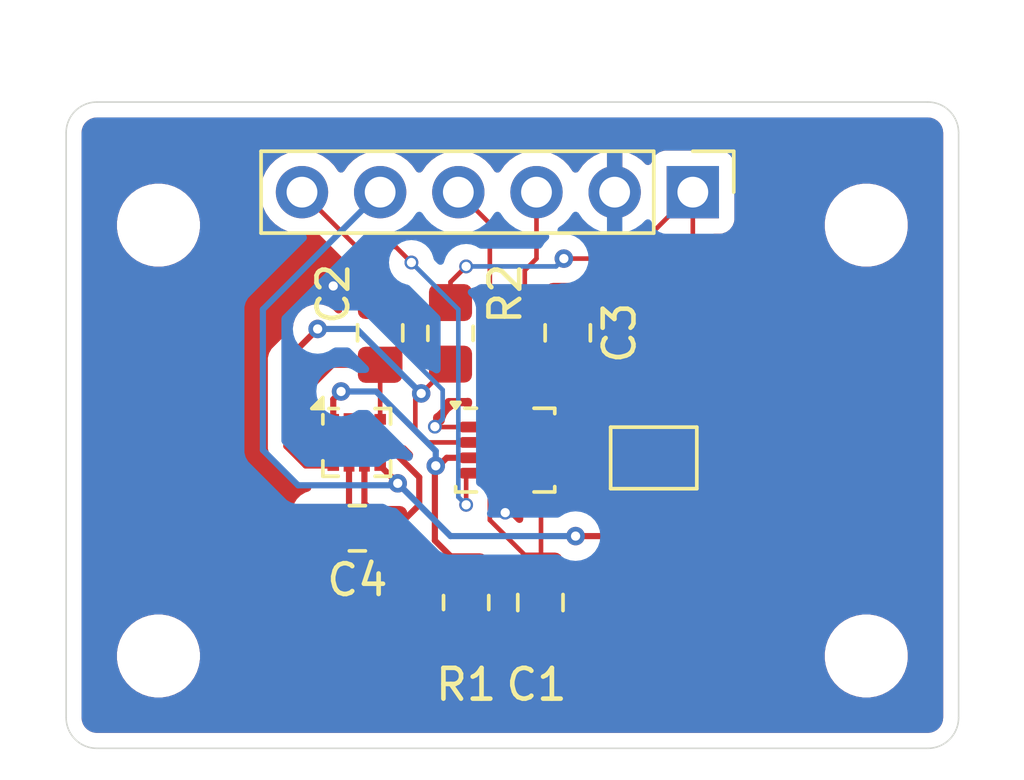
<source format=kicad_pcb>
(kicad_pcb (version 20240108) (generator "pcbnew") (generator_version "8.0")
  (layers (0 "F.Cu" signal) (31 "B.Cu" signal) (34 "B.Paste" user) (35 "F.Paste" user) (36 "B.SilkS" user "B.Silkscreen") (37 "F.SilkS" user "F.Silkscreen") (38 "B.Mask" user) (39 "F.Mask" user) (44 "Edge.Cuts" user))
  (net 0 "")
  (net 1 "GND")
  (net 2 "+3.3V")
  (net 3 "Net-(U2-C1)")
  (net 4 "/INT_MAG")
  (net 5 "/IMU_SDA")
  (net 6 "/INT_IMU")
  (net 7 "/IMU_SCL")
  (net 8 "Net-(JP1-A)")
  (net 9 "/MAG_SDA")
  (net 10 "/MAG_SCL")
  (footprint "Capacitor_SMD:C_0805_2012Metric_Pad1.18x1.45mm_HandSolder" (layer "F.Cu") (at 107.4635 69.85 180)
    (property "Reference" "C4" (at 0 -1.68 0) (layer "F.SilkS"))
    (property "Value" "220nF")
    (fp_line (start -0.261252 0.735) (end 0.261252 0.735) (stroke (width 0.12)) (layer "F.SilkS"))
    (fp_line (start -0.261252 -0.735) (end 0.261252 -0.735) (stroke (width 0.12)) (layer "F.SilkS"))
    (pad "1" smd roundrect (at -1.0375 0 180) (size 1.175 1.45) (layers "F.Cu" "F.Paste" "F.Mask") (roundrect_rratio 0.212766) (net 1 "GND"))
    (pad "2" smd roundrect (at 1.0375 0 180) (size 1.175 1.45) (layers "F.Cu" "F.Paste" "F.Mask") (roundrect_rratio 0.212766) (net 3 "Net-(U2-C1)"))
  )
  (footprint "Resistor_SMD:R_0805_2012Metric_Pad1.20x1.40mm_HandSolder" (layer "F.Cu") (at 110.998 72.263 90)
    (property "Reference" "R1" (at -2.667 0 180) (layer "F.SilkS"))
    (property "Value" "2.2k")
    (fp_line (start -0.227064 -0.735) (end 0.227064 -0.735) (stroke (width 0.12)) (layer "F.SilkS"))
    (fp_line (start -0.227064 0.735) (end 0.227064 0.735) (stroke (width 0.12)) (layer "F.SilkS"))
    (pad "1" smd roundrect (at -1 0 90) (size 1.2 1.4) (layers "F.Cu" "F.Paste" "F.Mask") (roundrect_rratio 0.208333) (net 2 "+3.3V"))
    (pad "2" smd roundrect (at 1 0 90) (size 1.2 1.4) (layers "F.Cu" "F.Paste" "F.Mask") (roundrect_rratio 0.208333) (net 10 "/MAG_SCL"))
  )
  (footprint "MountingHole:MountingHole_2.2mm_M2" (layer "F.Cu") (at 101 60)
    (property "Reference" "H1" (hide yes))
    (property "Value" "MountingHole")
    (pad "" np_thru_hole circle (at 0 0) (size 2.2 2.2) (drill 2.2) (layers "*.Cu" "*.Mask"))
  )
  (footprint "Resistor_SMD:R_0805_2012Metric_Pad1.20x1.40mm_HandSolder" (layer "F.Cu") (at 110.49 63.516 90)
    (property "Reference" "R2" (at 1.286 1.778 90) (layer "F.SilkS"))
    (property "Value" "2.2k")
    (fp_line (start -0.227064 -0.735) (end 0.227064 -0.735) (stroke (width 0.12)) (layer "F.SilkS"))
    (fp_line (start -0.227064 0.735) (end 0.227064 0.735) (stroke (width 0.12)) (layer "F.SilkS"))
    (pad "1" smd roundrect (at -1 0 90) (size 1.2 1.4) (layers "F.Cu" "F.Paste" "F.Mask") (roundrect_rratio 0.208333) (net 9 "/MAG_SDA"))
    (pad "2" smd roundrect (at 1 0 90) (size 1.2 1.4) (layers "F.Cu" "F.Paste" "F.Mask") (roundrect_rratio 0.208333) (net 2 "+3.3V"))
  )
  (footprint "Capacitor_SMD:C_0805_2012Metric_Pad1.18x1.45mm_HandSolder" (layer "F.Cu") (at 113.411 72.263 90)
    (property "Reference" "C1" (at -2.667 -0.127 180) (layer "F.SilkS"))
    (property "Value" "100nF")
    (fp_line (start -0.261252 -0.735) (end 0.261252 -0.735) (stroke (width 0.12)) (layer "F.SilkS"))
    (fp_line (start -0.261252 0.735) (end 0.261252 0.735) (stroke (width 0.12)) (layer "F.SilkS"))
    (pad "1" smd roundrect (at -1.0375 0 90) (size 1.175 1.45) (layers "F.Cu" "F.Paste" "F.Mask") (roundrect_rratio 0.212766) (net 1 "GND"))
    (pad "2" smd roundrect (at 1.0375 0 90) (size 1.175 1.45) (layers "F.Cu" "F.Paste" "F.Mask") (roundrect_rratio 0.212766) (net 2 "+3.3V"))
  )
  (footprint "MountingHole:MountingHole_2.2mm_M2" (layer "F.Cu") (at 101 74)
    (property "Reference" "H3" (hide yes))
    (property "Value" "MountingHole")
    (pad "" np_thru_hole circle (at 0 0) (size 2.2 2.2) (drill 2.2) (layers "*.Cu" "*.Mask"))
  )
  (footprint "MountingHole:MountingHole_2.2mm_M2" (layer "F.Cu") (at 124 60)
    (property "Reference" "H2" (hide yes))
    (property "Value" "MountingHole")
    (pad "" np_thru_hole circle (at 0 0) (size 2.2 2.2) (drill 2.2) (layers "*.Cu" "*.Mask"))
  )
  (footprint "Connector_PinHeader_2.54mm:PinHeader_1x06_P2.54mm_Vertical" (layer "F.Cu") (at 118.364 58.928 -90)
    (property "Reference" "J1" (hide yes))
    (property "Value" "Conn_01x06_Pin")
    (fp_line (start -1.33 14.03) (end 1.33 14.03) (stroke (width 0.12)) (layer "F.SilkS"))
    (fp_line (start -1.33 1.27) (end -1.33 14.03) (stroke (width 0.12)) (layer "F.SilkS"))
    (fp_line (start -1.33 1.27) (end 1.33 1.27) (stroke (width 0.12)) (layer "F.SilkS"))
    (fp_line (start 1.33 1.27) (end 1.33 14.03) (stroke (width 0.12)) (layer "F.SilkS"))
    (fp_line (start -1.33 0) (end -1.33 -1.33) (stroke (width 0.12)) (layer "F.SilkS"))
    (fp_line (start -1.33 -1.33) (end 0 -1.33) (stroke (width 0.12)) (layer "F.SilkS"))
    (pad "1" thru_hole rect (at 0 0 270) (size 1.7 1.7) (drill 1) (layers "*.Cu" "*.Mask") (net 2 "+3.3V"))
    (pad "2" thru_hole oval (at 0 2.54 270) (size 1.7 1.7) (drill 1) (layers "*.Cu" "*.Mask") (net 1 "GND"))
    (pad "3" thru_hole oval (at 0 5.08 270) (size 1.7 1.7) (drill 1) (layers "*.Cu" "*.Mask") (net 7 "/IMU_SCL"))
    (pad "4" thru_hole oval (at 0 7.62 270) (size 1.7 1.7) (drill 1) (layers "*.Cu" "*.Mask") (net 5 "/IMU_SDA"))
    (pad "5" thru_hole oval (at 0 10.16 270) (size 1.7 1.7) (drill 1) (layers "*.Cu" "*.Mask") (net 4 "/INT_MAG"))
    (pad "6" thru_hole oval (at 0 12.7 270) (size 1.7 1.7) (drill 1) (layers "*.Cu" "*.Mask") (net 6 "/INT_IMU"))
  )
  (footprint "Package_LGA:LGA-12_2x2mm_P0.5mm" (layer "F.Cu") (at 107.4425 67.06)
    (property "Reference" "U2" (hide yes))
    (property "Value" "LIS2MDL")
    (fp_line (start -1.1 -1.1) (end -1.1 -1.1) (stroke (width 0.12)) (layer "F.SilkS"))
    (fp_line (start -1.1 -0.6) (end -1.1 -0.9) (stroke (width 0.12)) (layer "F.SilkS"))
    (fp_line (start -1.1 0.6) (end -1.1 0.6) (stroke (width 0.12)) (layer "F.SilkS"))
    (fp_line (start -1.1 1.1) (end -1.1 0.6) (stroke (width 0.12)) (layer "F.SilkS"))
    (fp_line (start -0.6 -1.1) (end -0.9 -1.1) (stroke (width 0.12)) (layer "F.SilkS"))
    (fp_line (start -0.6 1.1) (end -1.1 1.1) (stroke (width 0.12)) (layer "F.SilkS"))
    (fp_line (start 0.6 -1.1) (end 1.1 -1.1) (stroke (width 0.12)) (layer "F.SilkS"))
    (fp_line (start 0.6 1.1) (end 0.6 1.1) (stroke (width 0.12)) (layer "F.SilkS"))
    (fp_line (start 1.1 -1.1) (end 1.1 -0.6) (stroke (width 0.12)) (layer "F.SilkS"))
    (fp_line (start 1.1 -0.6) (end 1.1 -0.6) (stroke (width 0.12)) (layer "F.SilkS"))
    (fp_line (start 1.1 0.6) (end 1.1 1.1) (stroke (width 0.12)) (layer "F.SilkS"))
    (fp_line (start 1.1 1.1) (end 0.6 1.1) (stroke (width 0.12)) (layer "F.SilkS"))
    (fp_poly (pts (xy -1.1 -1.1) (xy -1.46 -1.1) (xy -1.1 -1.46) (xy -1.1 -1.1)) (stroke (width 0.12)) (fill solid) (layer "F.SilkS"))
    (pad "1" smd rect (at -0.7625 -0.75) (size 0.375 0.35) (layers "F.Cu" "F.Paste" "F.Mask") (net 10 "/MAG_SCL"))
    (pad "2" smd rect (at -0.7625 -0.25) (size 0.375 0.35) (layers "F.Cu" "F.Paste" "F.Mask"))
    (pad "3" smd rect (at -0.7625 0.25) (size 0.375 0.35) (layers "F.Cu" "F.Paste" "F.Mask") (net 2 "+3.3V"))
    (pad "4" smd rect (at -0.7625 0.75) (size 0.375 0.35) (layers "F.Cu" "F.Paste" "F.Mask") (net 9 "/MAG_SDA"))
    (pad "5" smd rect (at -0.25 0.7625 90) (size 0.375 0.35) (layers "F.Cu" "F.Paste" "F.Mask") (net 3 "Net-(U2-C1)"))
    (pad "6" smd rect (at 0.25 0.7625 90) (size 0.375 0.35) (layers "F.Cu" "F.Paste" "F.Mask") (net 1 "GND"))
    (pad "7" smd rect (at 0.7625 0.75) (size 0.375 0.35) (layers "F.Cu" "F.Paste" "F.Mask") (net 4 "/INT_MAG"))
    (pad "8" smd rect (at 0.7625 0.25) (size 0.375 0.35) (layers "F.Cu" "F.Paste" "F.Mask") (net 1 "GND"))
    (pad "9" smd rect (at 0.7625 -0.25) (size 0.375 0.35) (layers "F.Cu" "F.Paste" "F.Mask") (net 2 "+3.3V"))
    (pad "10" smd rect (at 0.7625 -0.75) (size 0.375 0.35) (layers "F.Cu" "F.Paste" "F.Mask") (net 2 "+3.3V"))
    (pad "11" smd rect (at 0.25 -0.7625 90) (size 0.375 0.35) (layers "F.Cu" "F.Paste" "F.Mask"))
    (pad "12" smd rect (at -0.25 -0.7625 90) (size 0.375 0.35) (layers "F.Cu" "F.Paste" "F.Mask"))
  )
  (footprint "Jumper:SolderJumper-2_P1.3mm_Open_TrianglePad1.0x1.5mm" (layer "F.Cu") (at 117.094 67.564)
    (property "Reference" "JP1" (hide yes))
    (property "Value" "SolderJumper_2_Open")
    (fp_line (start -1.4 -1) (end 1.4 -1) (stroke (width 0.12)) (layer "F.SilkS"))
    (fp_line (start -1.4 1) (end -1.4 -1) (stroke (width 0.12)) (layer "F.SilkS"))
    (fp_line (start 1.4 -1) (end 1.4 1) (stroke (width 0.12)) (layer "F.SilkS"))
    (fp_line (start 1.4 1) (end -1.4 1) (stroke (width 0.12)) (layer "F.SilkS"))
    (pad "1" smd custom (at -0.725 0) (size 0.3 0.3) (layers "F.Cu" "F.Mask") (net 8 "Net-(JP1-A)") (options (clearance outline) (anchor rect)) (primitives (gr_poly (pts (xy 1 0) (xy 0.5 0.75) (xy -0.5 0.75) (xy -0.5 -0.75) (xy 0.5 -0.75)) (width 0) (fill yes))))
    (pad "2" smd custom (at 0.725 0) (size 0.3 0.3) (layers "F.Cu" "F.Mask") (net 4 "/INT_MAG") (options (clearance outline) (anchor rect)) (primitives (gr_poly (pts (xy 0.5 0.75) (xy -0.65 0.75) (xy -0.15 0) (xy -0.65 -0.75) (xy 0.5 -0.75)) (width 0) (fill yes))))
  )
  (footprint "MountingHole:MountingHole_2.2mm_M2" (layer "F.Cu") (at 124 74)
    (property "Reference" "H4" (hide yes))
    (property "Value" "MountingHole")
    (pad "" np_thru_hole circle (at 0 0) (size 2.2 2.2) (drill 2.2) (layers "*.Cu" "*.Mask"))
  )
  (footprint "Package_LGA:LGA-14_3x2.5mm_P0.5mm_LayoutBorder3x4y" (layer "F.Cu") (at 112.268 67.31)
    (property "Reference" "U1" (hide yes))
    (property "Value" "LSM6DSL")
    (fp_line (start -1.61 1.36) (end -1.61 1.185) (stroke (width 0.12)) (layer "F.SilkS"))
    (fp_line (start -0.935 -1.36) (end -1.31 -1.36) (stroke (width 0.12)) (layer "F.SilkS"))
    (fp_line (start -0.935 1.36) (end -1.61 1.36) (stroke (width 0.12)) (layer "F.SilkS"))
    (fp_line (start 0.935 -1.36) (end 1.61 -1.36) (stroke (width 0.12)) (layer "F.SilkS"))
    (fp_line (start 0.935 1.36) (end 1.61 1.36) (stroke (width 0.12)) (layer "F.SilkS"))
    (fp_line (start 1.61 -1.36) (end 1.61 -1.185) (stroke (width 0.12)) (layer "F.SilkS"))
    (fp_line (start 1.61 1.36) (end 1.61 1.185) (stroke (width 0.12)) (layer "F.SilkS"))
    (fp_poly (pts (xy -1.61 -1.36) (xy -1.75 -1.55) (xy -1.47 -1.55) (xy -1.61 -1.36)) (stroke (width 0.12)) (fill solid) (layer "F.SilkS"))
    (pad "1" smd roundrect (at -1.1625 -0.75) (size 0.625 0.35) (layers "F.Cu" "F.Paste" "F.Mask") (net 1 "GND"))
    (pad "2" smd roundrect (at -1.1625 -0.25) (size 0.625 0.35) (layers "F.Cu" "F.Paste" "F.Mask") (net 9 "/MAG_SDA"))
    (pad "3" smd roundrect (at -1.1625 0.25) (size 0.625 0.35) (layers "F.Cu" "F.Paste" "F.Mask") (net 10 "/MAG_SCL"))
    (pad "4" smd roundrect (at -1.1625 0.75) (size 0.625 0.35) (layers "F.Cu" "F.Paste" "F.Mask") (net 6 "/INT_IMU"))
    (pad "5" smd roundrect (at -0.5 0.9125) (size 0.35 0.625) (layers "F.Cu" "F.Paste" "F.Mask") (net 2 "+3.3V"))
    (pad "6" smd roundrect (at 0 0.9125) (size 0.35 0.625) (layers "F.Cu" "F.Paste" "F.Mask") (net 1 "GND"))
    (pad "7" smd roundrect (at 0.5 0.9125) (size 0.35 0.625) (layers "F.Cu" "F.Paste" "F.Mask") (net 1 "GND"))
    (pad "8" smd roundrect (at 1.1625 0.75) (size 0.625 0.35) (layers "F.Cu" "F.Paste" "F.Mask") (net 2 "+3.3V"))
    (pad "9" smd roundrect (at 1.1625 0.25) (size 0.625 0.35) (layers "F.Cu" "F.Paste" "F.Mask") (net 8 "Net-(JP1-A)"))
    (pad "10" smd roundrect (at 1.1625 -0.25) (size 0.625 0.35) (layers "F.Cu" "F.Paste" "F.Mask"))
    (pad "11" smd roundrect (at 1.1625 -0.75) (size 0.625 0.35) (layers "F.Cu" "F.Paste" "F.Mask"))
    (pad "12" smd roundrect (at 0.5 -0.9125) (size 0.35 0.625) (layers "F.Cu" "F.Paste" "F.Mask") (net 2 "+3.3V"))
    (pad "13" smd roundrect (at 0 -0.9125) (size 0.35 0.625) (layers "F.Cu" "F.Paste" "F.Mask") (net 7 "/IMU_SCL"))
    (pad "14" smd roundrect (at -0.5 -0.9125) (size 0.35 0.625) (layers "F.Cu" "F.Paste" "F.Mask") (net 5 "/IMU_SDA"))
  )
  (footprint "Capacitor_SMD:C_0805_2012Metric_Pad1.18x1.45mm_HandSolder" (layer "F.Cu") (at 108.204 63.5 -90)
    (property "Reference" "C2" (at -1.27 1.524 90) (layer "F.SilkS"))
    (property "Value" "100nF")
    (fp_line (start -0.261252 0.735) (end 0.261252 0.735) (stroke (width 0.12)) (layer "F.SilkS"))
    (fp_line (start -0.261252 -0.735) (end 0.261252 -0.735) (stroke (width 0.12)) (layer "F.SilkS"))
    (pad "1" smd roundrect (at -1.0375 0 270) (size 1.175 1.45) (layers "F.Cu" "F.Paste" "F.Mask") (roundrect_rratio 0.212766) (net 1 "GND"))
    (pad "2" smd roundrect (at 1.0375 0 270) (size 1.175 1.45) (layers "F.Cu" "F.Paste" "F.Mask") (roundrect_rratio 0.212766) (net 2 "+3.3V"))
  )
  (footprint "Capacitor_SMD:C_0805_2012Metric_Pad1.18x1.45mm_HandSolder" (layer "F.Cu") (at 114.3 63.5 -90)
    (property "Reference" "C3" (at 0 -1.68 90) (layer "F.SilkS"))
    (property "Value" "10uF")
    (fp_line (start -0.261252 0.735) (end 0.261252 0.735) (stroke (width 0.12)) (layer "F.SilkS"))
    (fp_line (start -0.261252 -0.735) (end 0.261252 -0.735) (stroke (width 0.12)) (layer "F.SilkS"))
    (pad "1" smd roundrect (at -1.0375 0 270) (size 1.175 1.45) (layers "F.Cu" "F.Paste" "F.Mask") (roundrect_rratio 0.212766) (net 1 "GND"))
    (pad "2" smd roundrect (at 1.0375 0 270) (size 1.175 1.45) (layers "F.Cu" "F.Paste" "F.Mask") (roundrect_rratio 0.212766) (net 2 "+3.3V"))
  )
  (gr_line (start 99 56) (end 126 56) (stroke (width 0.05)) (layer "Edge.Cuts"))
  (gr_arc (start 127 76) (mid 126.707107 76.707107) (end 126 77) (stroke (width 0.05)) (layer "Edge.Cuts"))
  (gr_arc (start 98 57) (mid 98.292893 56.292893) (end 99 56) (stroke (width 0.05)) (layer "Edge.Cuts"))
  (gr_line (start 127 57) (end 127 76) (stroke (width 0.05)) (layer "Edge.Cuts"))
  (gr_arc (start 126 56) (mid 126.707107 56.292893) (end 127 57) (stroke (width 0.05)) (layer "Edge.Cuts"))
  (gr_line (start 98 76) (end 98 57) (stroke (width 0.05)) (layer "Edge.Cuts"))
  (gr_line (start 126 77) (end 99 77) (stroke (width 0.05)) (layer "Edge.Cuts"))
  (gr_arc (start 99 77) (mid 98.292893 76.707107) (end 98 76) (stroke (width 0.05)) (layer "Edge.Cuts"))
  (segment (start 112.268 68.2225) (end 112.268 69.342) (width 0.15) (layer "F.Cu") (net 1))
  (segment (start 107.6925 67.8225) (end 107.6925 69.0415) (width 0.2) (layer "F.Cu") (net 1))
  (segment (start 108.5925 67.31) (end 109.474 68.1915) (width 0.2) (layer "F.Cu") (net 1))
  (segment (start 108.205 67.31) (end 108.5925 67.31) (width 0.2) (layer "F.Cu") (net 1))
  (segment (start 107.6925 69.0415) (end 108.501 69.85) (width 0.2) (layer "F.Cu") (net 1))
  (segment (start 108.501 69.85) (end 108.712 69.85) (width 0.2) (layer "F.Cu") (net 1))
  (segment (start 109.982 66.548) (end 109.994 66.56) (width 0.15) (layer "F.Cu") (net 1))
  (segment (start 108.712 69.85) (end 109.474 69.088) (width 0.2) (layer "F.Cu") (net 1))
  (segment (start 109.474 68.1915) (end 109.474 69.088) (width 0.2) (layer "F.Cu") (net 1))
  (segment (start 109.994 66.56) (end 111.1055 66.56) (width 0.15) (layer "F.Cu") (net 1))
  (segment (start 112.768 68.2225) (end 112.268 68.2225) (width 0.15) (layer "F.Cu") (net 1))
  (via (at 112.268 69.342) (size 0.45) (drill 0.3) (layers "F.Cu" "B.Cu") (net 1))
  (via (at 106.68 61.976) (size 0.6) (drill 0.3) (layers "F.Cu" "B.Cu") (net 1))
  (via (at 109.982 66.548) (size 0.45) (drill 0.3) (layers "F.Cu" "B.Cu") (net 1))
  (segment (start 109.982 66.548) (end 110.236 66.294) (width 0.15) (layer "B.Cu") (net 1))
  (segment (start 110.236 65.353827) (end 106.858173 61.976) (width 0.15) (layer "B.Cu") (net 1))
  (segment (start 110.236 66.294) (end 110.236 65.353827) (width 0.15) (layer "B.Cu") (net 1))
  (segment (start 106.858173 61.976) (end 106.68 61.976) (width 0.15) (layer "B.Cu") (net 1))
  (segment (start 110.49 62.516) (end 110.2255 62.516) (width 0.15) (layer "F.Cu") (net 2))
  (segment (start 118.364 61.849) (end 118.364 61.468) (width 0.15) (layer "F.Cu") (net 2))
  (segment (start 106.68 67.31) (end 106.2175 67.31) (width 0.2) (layer "F.Cu") (net 2))
  (segment (start 110.2255 62.516) (end 108.204 64.5375) (width 0.15) (layer "F.Cu") (net 2))
  (segment (start 114.173 61.087) (end 116.205 61.087) (width 0.15) (layer "F.Cu") (net 2))
  (segment (start 111.768 69.5825) (end 113.411 71.2255) (width 0.15) (layer "F.Cu") (net 2))
  (segment (start 120.015 69.977) (end 120.015 63.5) (width 0.15) (layer "F.Cu") (net 2))
  (segment (start 118.7665 71.2255) (end 120.015 69.977) (width 0.15) (layer "F.Cu") (net 2))
  (segment (start 113.4305 71.206) (end 113.411 71.2255) (width 0.15) (layer "F.Cu") (net 2))
  (segment (start 105.791 65.405) (end 106.6585 64.5375) (width 0.2) (layer "F.Cu") (net 2))
  (segment (start 108.204 64.5375) (end 108.204 66.309) (width 0.15) (layer "F.Cu") (net 2))
  (segment (start 111.3735 73.263) (end 110.998 73.263) (width 0.15) (layer "F.Cu") (net 2))
  (segment (start 118.364 58.928) (end 118.364 61.468) (width 0.15) (layer "F.Cu") (net 2))
  (segment (start 113.411 71.2255) (end 111.3735 73.263) (width 0.15) (layer "F.Cu") (net 2))
  (segment (start 108.205 66.31) (end 108.205 66.81) (width 0.15) (layer "F.Cu") (net 2))
  (segment (start 105.791 66.8835) (end 105.791 65.405) (width 0.2) (layer "F.Cu") (net 2))
  (segment (start 113.411 71.2255) (end 118.7665 71.2255) (width 0.15) (layer "F.Cu") (net 2))
  (segment (start 120.015 63.5) (end 118.364 61.849) (width 0.15) (layer "F.Cu") (net 2))
  (segment (start 106.2175 67.31) (end 105.791 66.8835) (width 0.2) (layer "F.Cu") (net 2))
  (segment (start 111.768 68.2225) (end 111.768 69.5825) (width 0.15) (layer "F.Cu") (net 2))
  (segment (start 116.0565 64.5375) (end 114.3 64.5375) (width 0.15) (layer "F.Cu") (net 2))
  (segment (start 110.49 62.516) (end 110.49 61.849) (width 0.15) (layer "F.Cu") (net 2))
  (segment (start 113.4305 68.06) (end 113.4305 71.206) (width 0.15) (layer "F.Cu") (net 2))
  (segment (start 112.768 66.3975) (end 112.768 66.0695) (width 0.15) (layer "F.Cu") (net 2))
  (segment (start 118.364 61.468) (end 118.364 62.23) (width 0.15) (layer "F.Cu") (net 2))
  (segment (start 110.49 61.849) (end 110.998 61.341) (width 0.15) (layer "F.Cu") (net 2))
  (segment (start 106.6585 64.5375) (end 108.204 64.5375) (width 0.2) (layer "F.Cu") (net 2))
  (segment (start 108.204 66.309) (end 108.205 66.31) (width 0.15) (layer "F.Cu") (net 2))
  (segment (start 116.205 61.087) (end 118.364 58.928) (width 0.15) (layer "F.Cu") (net 2))
  (segment (start 118.364 62.23) (end 116.0565 64.5375) (width 0.15) (layer "F.Cu") (net 2))
  (segment (start 112.768 66.0695) (end 114.3 64.5375) (width 0.15) (layer "F.Cu") (net 2))
  (via (at 110.998 61.341) (size 0.45) (drill 0.3) (layers "F.Cu" "B.Cu") (net 2))
  (via (at 114.173 61.087) (size 0.6) (drill 0.3) (layers "F.Cu" "B.Cu") (net 2))
  (segment (start 110.998 61.341) (end 113.919 61.341) (width 0.15) (layer "B.Cu") (net 2))
  (segment (start 113.919 61.341) (end 114.173 61.087) (width 0.15) (layer "B.Cu") (net 2))
  (segment (start 106.426 69.85) (end 107.1925 69.0835) (width 0.2) (layer "F.Cu") (net 3))
  (segment (start 107.1925 69.0835) (end 107.1925 67.8225) (width 0.2) (layer "F.Cu") (net 3))
  (segment (start 114.554 70.104) (end 116.034 70.104) (width 0.2) (layer "F.Cu") (net 4))
  (segment (start 117.819 68.319) (end 117.819 67.564) (width 0.2) (layer "F.Cu") (net 4))
  (segment (start 108.205 67.819) (end 108.205 67.81) (width 0.2) (layer "F.Cu") (net 4))
  (segment (start 116.034 70.104) (end 117.819 68.319) (width 0.2) (layer "F.Cu") (net 4))
  (segment (start 108.7755 68.3895) (end 108.205 67.819) (width 0.2) (layer "F.Cu") (net 4))
  (via (at 114.554 70.104) (size 0.6) (drill 0.3) (layers "F.Cu" "B.Cu") (net 4))
  (via (at 108.7755 68.3895) (size 0.6) (drill 0.3) (layers "F.Cu" "B.Cu") (net 4))
  (segment (start 104.394 67.31) (end 104.394 62.738) (width 0.2) (layer "B.Cu") (net 4))
  (segment (start 108.7755 68.3895) (end 110.49 70.104) (width 0.2) (layer "B.Cu") (net 4))
  (segment (start 110.49 70.104) (end 114.554 70.104) (width 0.2) (layer "B.Cu") (net 4))
  (segment (start 105.537 68.453) (end 104.394 67.31) (width 0.2) (layer "B.Cu") (net 4))
  (segment (start 104.394 62.738) (end 108.204 58.928) (width 0.2) (layer "B.Cu") (net 4))
  (segment (start 108.7755 68.3895) (end 108.712 68.453) (width 0.2) (layer "B.Cu") (net 4))
  (segment (start 108.712 68.453) (end 105.537 68.453) (width 0.2) (layer "B.Cu") (net 4))
  (segment (start 111.768 66.3975) (end 111.768 59.952) (width 0.15) (layer "F.Cu") (net 5))
  (segment (start 111.768 59.952) (end 110.744 58.928) (width 0.15) (layer "F.Cu") (net 5))
  (segment (start 107.442 60.706) (end 105.664 58.928) (width 0.15) (layer "F.Cu") (net 6))
  (segment (start 108.712 60.706) (end 107.442 60.706) (width 0.15) (layer "F.Cu") (net 6))
  (segment (start 109.22 61.214) (end 108.712 60.706) (width 0.15) (layer "F.Cu") (net 6))
  (segment (start 110.998 69.088) (end 110.998 68.1675) (width 0.15) (layer "F.Cu") (net 6))
  (segment (start 110.998 68.1675) (end 111.1055 68.06) (width 0.15) (layer "F.Cu") (net 6))
  (via (at 110.998 69.088) (size 0.45) (drill 0.3) (layers "F.Cu" "B.Cu") (net 6))
  (via (at 109.22 61.214) (size 0.45) (drill 0.3) (layers "F.Cu" "B.Cu") (net 6))
  (segment (start 110.998 69.088) (end 110.744 68.834) (width 0.15) (layer "B.Cu") (net 6))
  (segment (start 110.744 62.738) (end 109.22 61.214) (width 0.15) (layer "B.Cu") (net 6))
  (segment (start 110.744 68.834) (end 110.744 62.738) (width 0.15) (layer "B.Cu") (net 6))
  (segment (start 112.268 65.659) (end 112.903 65.024) (width 0.15) (layer "F.Cu") (net 7))
  (segment (start 113.284 61.087) (end 113.284 58.928) (width 0.15) (layer "F.Cu") (net 7))
  (segment (start 112.903 61.468) (end 113.284 61.087) (width 0.15) (layer "F.Cu") (net 7))
  (segment (start 112.903 65.024) (end 112.903 61.468) (width 0.15) (layer "F.Cu") (net 7))
  (segment (start 112.268 66.3975) (end 112.268 65.659) (width 0.15) (layer "F.Cu") (net 7))
  (segment (start 116.365 67.56) (end 116.369 67.564) (width 0.15) (layer "F.Cu") (net 8))
  (segment (start 113.4305 67.56) (end 116.365 67.56) (width 0.15) (layer "F.Cu") (net 8))
  (segment (start 109.347 65.659) (end 109.347 66.675) (width 0.15) (layer "F.Cu") (net 9))
  (segment (start 105.783 67.81) (end 106.68 67.81) (width 0.2) (layer "F.Cu") (net 9))
  (segment (start 109.347 66.675) (end 109.732 67.06) (width 0.15) (layer "F.Cu") (net 9))
  (segment (start 109.732 67.06) (end 111.1055 67.06) (width 0.15) (layer "F.Cu") (net 9))
  (segment (start 110.49 64.516) (end 109.5375 65.4685) (width 0.15) (layer "F.Cu") (net 9))
  (segment (start 105.156 64.389) (end 105.156 67.183) (width 0.2) (layer "F.Cu") (net 9))
  (segment (start 106.172 63.373) (end 105.156 64.389) (width 0.2) (layer "F.Cu") (net 9))
  (segment (start 109.5375 65.4685) (end 109.347 65.659) (width 0.15) (layer "F.Cu") (net 9))
  (segment (start 105.156 67.183) (end 105.783 67.81) (width 0.2) (layer "F.Cu") (net 9))
  (via (at 109.5375 65.4685) (size 0.6) (drill 0.3) (layers "F.Cu" "B.Cu") (net 9))
  (via (at 106.172 63.373) (size 0.6) (drill 0.3) (layers "F.Cu" "B.Cu") (net 9))
  (segment (start 107.442 63.373) (end 109.5375 65.4685) (width 0.2) (layer "B.Cu") (net 9))
  (segment (start 106.172 63.373) (end 107.442 63.373) (width 0.2) (layer "B.Cu") (net 9))
  (segment (start 106.68 65.659) (end 106.934 65.405) (width 0.2) (layer "F.Cu") (net 10))
  (segment (start 106.68 66.31) (end 106.68 65.659) (width 0.2) (layer "F.Cu") (net 10))
  (segment (start 109.982 67.945) (end 109.982 70.247) (width 0.2) (layer "F.Cu") (net 10))
  (segment (start 111.1055 67.56) (end 110.367 67.56) (width 0.2) (layer "F.Cu") (net 10))
  (segment (start 110.367 67.56) (end 109.982 67.945) (width 0.2) (layer "F.Cu") (net 10))
  (segment (start 109.982 70.247) (end 110.998 71.263) (width 0.2) (layer "F.Cu") (net 10))
  (via (at 110.010908 67.819234) (size 0.6) (drill 0.3) (layers "F.Cu" "B.Cu") (net 10))
  (via (at 106.934 65.405) (size 0.6) (drill 0.3) (layers "F.Cu" "B.Cu") (net 10))
  (segment (start 110.010908 67.819234) (end 110.010908 67.338908) (width 0.2) (layer "B.Cu") (net 10))
  (segment (start 108.077 65.405) (end 106.934 65.405) (width 0.2) (layer "B.Cu") (net 10))
  (segment (start 110.010908 67.338908) (end 108.077 65.405) (width 0.2) (layer "B.Cu") (net 10))
  (zone (net 1) (net_name "GND") (layers "F&B.Cu") (connect_pads (clearance 0.5)) (min_thickness 0.25) (fill yes (thermal_gap 0.5) (thermal_bridge_width 0.5) (smoothing fillet) (radius 0.5))
    (polygon (pts (xy 98 56) (xy 127 56) (xy 127 77) (xy 98 77)))
  )
)
</source>
